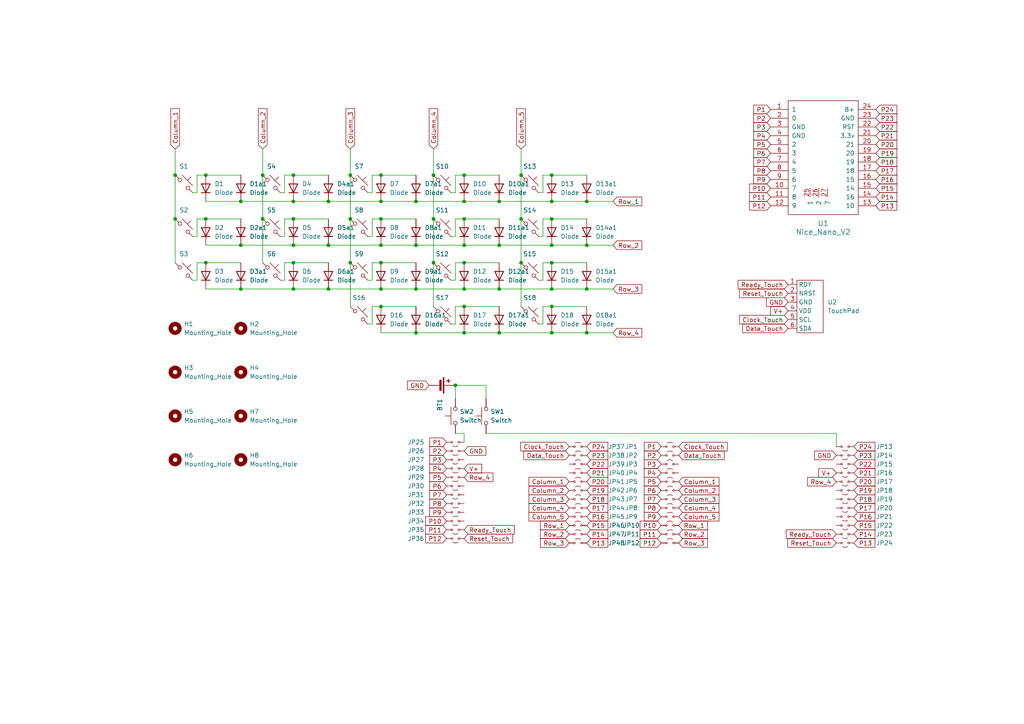
<source format=kicad_sch>
(kicad_sch (version 20250114) (generator "eeschema") (generator_version "9.0")
  (paper "A4")
  (junction (at 95.25 83.82))
  (junction (at 76.2 63.5))
  (junction (at 134.62 71.12))
  (junction (at 85.09 63.5))
  (junction (at 85.09 71.12))
  (junction (at 95.25 71.12))
  (junction (at 76.2 50.8))
  (junction (at 85.09 76.2))
  (junction (at 110.49 50.8))
  (junction (at 134.62 88.9))
  (junction (at 85.09 83.82))
  (junction (at 95.25 58.42))
  (junction (at 134.62 63.5))
  (junction (at 110.49 58.42))
  (junction (at 144.78 96.52))
  (junction (at 101.6 50.8))
  (junction (at 120.65 96.52))
  (junction (at 160.02 96.52))
  (junction (at 134.62 96.52))
  (junction (at 69.85 58.42))
  (junction (at 50.8 50.8))
  (junction (at 125.73 76.2))
  (junction (at 160.02 71.12))
  (junction (at 134.62 50.8))
  (junction (at 120.65 71.12))
  (junction (at 110.49 88.9))
  (junction (at 85.09 50.8))
  (junction (at 134.62 58.42))
  (junction (at 132.08 111.76))
  (junction (at 160.02 63.5))
  (junction (at 110.49 83.82))
  (junction (at 125.73 63.5))
  (junction (at 110.49 71.12))
  (junction (at 85.09 58.42))
  (junction (at 170.18 96.52))
  (junction (at 170.18 83.82))
  (junction (at 110.49 63.5))
  (junction (at 160.02 88.9))
  (junction (at 101.6 76.2))
  (junction (at 170.18 71.12))
  (junction (at 170.18 58.42))
  (junction (at 69.85 83.82))
  (junction (at 134.62 76.2))
  (junction (at 134.62 83.82))
  (junction (at 160.02 83.82))
  (junction (at 59.69 50.8))
  (junction (at 144.78 71.12))
  (junction (at 50.8 63.5))
  (junction (at 144.78 83.82))
  (junction (at 160.02 50.8))
  (junction (at 151.13 76.2))
  (junction (at 125.73 50.8))
  (junction (at 101.6 63.5))
  (junction (at 151.13 50.8))
  (junction (at 120.65 83.82))
  (junction (at 59.69 63.5))
  (junction (at 151.13 63.5))
  (junction (at 144.78 58.42))
  (junction (at 160.02 58.42))
  (junction (at 120.65 58.42))
  (junction (at 69.85 71.12))
  (junction (at 59.69 76.2))
  (junction (at 110.49 76.2))
  (junction (at 160.02 76.2))
  (wire (pts (xy 85.09 83.82) (xy 95.25 83.82)))
  (wire (pts (xy 170.18 96.52) (xy 177.8 96.52)))
  (wire (pts (xy 106.68 68.58) (xy 107.95 68.58)))
  (wire (pts (xy 160.02 76.2) (xy 170.18 76.2)))
  (wire (pts (xy 55.88 81.28) (xy 57.15 81.28)))
  (wire (pts (xy 144.78 83.82) (xy 160.02 83.82)))
  (wire (pts (xy 132.08 111.76) (xy 132.08 115.57)))
  (wire (pts (xy 160.02 50.8) (xy 170.18 50.8)))
  (wire (pts (xy 57.15 63.5) (xy 59.69 63.5)))
  (wire (pts (xy 125.73 50.8) (xy 125.73 63.5)))
  (wire (pts (xy 110.49 96.52) (xy 120.65 96.52)))
  (wire (pts (xy 132.08 63.5) (xy 134.62 63.5)))
  (wire (pts (xy 101.6 76.2) (xy 101.6 88.9)))
  (wire (pts (xy 107.95 93.98) (xy 107.95 88.9)))
  (wire (pts (xy 157.48 93.98) (xy 157.48 88.9)))
  (wire (pts (xy 95.25 71.12) (xy 110.49 71.12)))
  (wire (pts (xy 110.49 71.12) (xy 120.65 71.12)))
  (wire (pts (xy 107.95 81.28) (xy 107.95 76.2)))
  (wire (pts (xy 125.73 76.2) (xy 125.73 88.9)))
  (wire (pts (xy 144.78 96.52) (xy 160.02 96.52)))
  (wire (pts (xy 134.62 125.73) (xy 134.62 128.27)))
  (wire (pts (xy 59.69 63.5) (xy 69.85 63.5)))
  (wire (pts (xy 101.6 50.8) (xy 101.6 63.5)))
  (wire (pts (xy 132.08 68.58) (xy 132.08 63.5)))
  (wire (pts (xy 57.15 50.8) (xy 59.69 50.8)))
  (wire (pts (xy 110.49 76.2) (xy 120.65 76.2)))
  (wire (pts (xy 160.02 83.82) (xy 170.18 83.82)))
  (wire (pts (xy 82.55 81.28) (xy 82.55 76.2)))
  (wire (pts (xy 157.48 88.9) (xy 160.02 88.9)))
  (wire (pts (xy 132.08 50.8) (xy 134.62 50.8)))
  (wire (pts (xy 157.48 76.2) (xy 160.02 76.2)))
  (wire (pts (xy 85.09 71.12) (xy 95.25 71.12)))
  (wire (pts (xy 160.02 71.12) (xy 170.18 71.12)))
  (wire (pts (xy 160.02 96.52) (xy 170.18 96.52)))
  (wire (pts (xy 130.81 68.58) (xy 132.08 68.58)))
  (wire (pts (xy 120.65 83.82) (xy 134.62 83.82)))
  (wire (pts (xy 160.02 63.5) (xy 170.18 63.5)))
  (wire (pts (xy 85.09 50.8) (xy 95.25 50.8)))
  (wire (pts (xy 101.6 43.18) (xy 101.6 50.8)))
  (wire (pts (xy 55.88 68.58) (xy 57.15 68.58)))
  (wire (pts (xy 81.28 55.88) (xy 82.55 55.88)))
  (wire (pts (xy 69.85 71.12) (xy 85.09 71.12)))
  (wire (pts (xy 69.85 83.82) (xy 85.09 83.82)))
  (wire (pts (xy 134.62 50.8) (xy 144.78 50.8)))
  (wire (pts (xy 151.13 76.2) (xy 151.13 88.9)))
  (wire (pts (xy 132.08 125.73) (xy 134.62 125.73)))
  (wire (pts (xy 110.49 50.8) (xy 120.65 50.8)))
  (wire (pts (xy 107.95 68.58) (xy 107.95 63.5)))
  (wire (pts (xy 107.95 76.2) (xy 110.49 76.2)))
  (wire (pts (xy 151.13 50.8) (xy 151.13 63.5)))
  (wire (pts (xy 85.09 76.2) (xy 95.25 76.2)))
  (wire (pts (xy 76.2 63.5) (xy 76.2 76.2)))
  (wire (pts (xy 57.15 76.2) (xy 59.69 76.2)))
  (wire (pts (xy 57.15 81.28) (xy 57.15 76.2)))
  (wire (pts (xy 120.65 71.12) (xy 134.62 71.12)))
  (wire (pts (xy 106.68 55.88) (xy 107.95 55.88)))
  (wire (pts (xy 134.62 88.9) (xy 144.78 88.9)))
  (wire (pts (xy 156.21 55.88) (xy 157.48 55.88)))
  (wire (pts (xy 59.69 76.2) (xy 69.85 76.2)))
  (wire (pts (xy 170.18 71.12) (xy 177.8 71.12)))
  (wire (pts (xy 59.69 71.12) (xy 69.85 71.12)))
  (wire (pts (xy 50.8 43.18) (xy 50.8 50.8)))
  (wire (pts (xy 110.49 88.9) (xy 120.65 88.9)))
  (wire (pts (xy 130.81 81.28) (xy 132.08 81.28)))
  (wire (pts (xy 76.2 50.8) (xy 76.2 63.5)))
  (wire (pts (xy 132.08 55.88) (xy 132.08 50.8)))
  (wire (pts (xy 57.15 55.88) (xy 57.15 50.8)))
  (wire (pts (xy 106.68 93.98) (xy 107.95 93.98)))
  (wire (pts (xy 50.8 50.8) (xy 50.8 63.5)))
  (wire (pts (xy 101.6 63.5) (xy 101.6 76.2)))
  (wire (pts (xy 110.49 58.42) (xy 120.65 58.42)))
  (wire (pts (xy 95.25 58.42) (xy 110.49 58.42)))
  (wire (pts (xy 107.95 88.9) (xy 110.49 88.9)))
  (wire (pts (xy 120.65 96.52) (xy 134.62 96.52)))
  (wire (pts (xy 125.73 43.18) (xy 125.73 50.8)))
  (wire (pts (xy 59.69 50.8) (xy 69.85 50.8)))
  (wire (pts (xy 76.2 43.18) (xy 76.2 50.8)))
  (wire (pts (xy 69.85 58.42) (xy 85.09 58.42)))
  (wire (pts (xy 107.95 55.88) (xy 107.95 50.8)))
  (wire (pts (xy 134.62 63.5) (xy 144.78 63.5)))
  (wire (pts (xy 132.08 93.98) (xy 132.08 88.9)))
  (wire (pts (xy 59.69 83.82) (xy 69.85 83.82)))
  (wire (pts (xy 132.08 81.28) (xy 132.08 76.2)))
  (wire (pts (xy 85.09 58.42) (xy 95.25 58.42)))
  (wire (pts (xy 242.57 125.73) (xy 242.57 129.54)))
  (wire (pts (xy 82.55 50.8) (xy 85.09 50.8)))
  (wire (pts (xy 160.02 88.9) (xy 170.18 88.9)))
  (wire (pts (xy 132.08 111.76) (xy 140.97 111.76)))
  (wire (pts (xy 134.62 58.42) (xy 144.78 58.42)))
  (wire (pts (xy 81.28 81.28) (xy 82.55 81.28)))
  (wire (pts (xy 125.73 63.5) (xy 125.73 76.2)))
  (wire (pts (xy 82.55 76.2) (xy 85.09 76.2)))
  (wire (pts (xy 130.81 55.88) (xy 132.08 55.88)))
  (wire (pts (xy 55.88 55.88) (xy 57.15 55.88)))
  (wire (pts (xy 120.65 58.42) (xy 134.62 58.42)))
  (wire (pts (xy 82.55 68.58) (xy 82.55 63.5)))
  (wire (pts (xy 170.18 58.42) (xy 177.8 58.42)))
  (wire (pts (xy 110.49 63.5) (xy 120.65 63.5)))
  (wire (pts (xy 81.28 68.58) (xy 82.55 68.58)))
  (wire (pts (xy 59.69 58.42) (xy 69.85 58.42)))
  (wire (pts (xy 157.48 63.5) (xy 160.02 63.5)))
  (wire (pts (xy 134.62 83.82) (xy 144.78 83.82)))
  (wire (pts (xy 95.25 83.82) (xy 110.49 83.82)))
  (wire (pts (xy 107.95 63.5) (xy 110.49 63.5)))
  (wire (pts (xy 156.21 93.98) (xy 157.48 93.98)))
  (wire (pts (xy 151.13 63.5) (xy 151.13 76.2)))
  (wire (pts (xy 156.21 81.28) (xy 157.48 81.28)))
  (wire (pts (xy 107.95 50.8) (xy 110.49 50.8)))
  (wire (pts (xy 156.21 68.58) (xy 157.48 68.58)))
  (wire (pts (xy 151.13 43.18) (xy 151.13 50.8)))
  (wire (pts (xy 132.08 76.2) (xy 134.62 76.2)))
  (wire (pts (xy 144.78 71.12) (xy 160.02 71.12)))
  (wire (pts (xy 157.48 55.88) (xy 157.48 50.8)))
  (wire (pts (xy 134.62 71.12) (xy 144.78 71.12)))
  (wire (pts (xy 57.15 68.58) (xy 57.15 63.5)))
  (wire (pts (xy 157.48 68.58) (xy 157.48 63.5)))
  (wire (pts (xy 157.48 81.28) (xy 157.48 76.2)))
  (wire (pts (xy 132.08 88.9) (xy 134.62 88.9)))
  (wire (pts (xy 82.55 63.5) (xy 85.09 63.5)))
  (wire (pts (xy 144.78 58.42) (xy 160.02 58.42)))
  (wire (pts (xy 130.81 93.98) (xy 132.08 93.98)))
  (wire (pts (xy 82.55 55.88) (xy 82.55 50.8)))
  (wire (pts (xy 110.49 83.82) (xy 120.65 83.82)))
  (wire (pts (xy 170.18 83.82) (xy 177.8 83.82)))
  (wire (pts (xy 50.8 63.5) (xy 50.8 76.2)))
  (wire (pts (xy 106.68 81.28) (xy 107.95 81.28)))
  (wire (pts (xy 140.97 125.73) (xy 242.57 125.73)))
  (wire (pts (xy 157.48 50.8) (xy 160.02 50.8)))
  (wire (pts (xy 134.62 76.2) (xy 144.78 76.2)))
  (wire (pts (xy 85.09 63.5) (xy 95.25 63.5)))
  (wire (pts (xy 134.62 96.52) (xy 144.78 96.52)))
  (wire (pts (xy 160.02 58.42) (xy 170.18 58.42)))
  (wire (pts (xy 140.97 115.57) (xy 140.97 111.76)))
  (global_label "Column_2" (shape input) (at 76.2 43.18 90) (property "Intersheetrefs" "${INTERSHEET_REFS}" (effects (hide yes))))
  (global_label "Reset_Touch" (shape input) (at 228.6 85.09 180) (property "Intersheetrefs" "${INTERSHEET_REFS}" (effects (hide yes))))
  (global_label "Data_Touch" (shape input) (at 196.85 132.08 0) (property "Intersheetrefs" "${INTERSHEET_REFS}" (effects (hide yes))))
  (global_label "P12" (shape input) (at 191.77 157.48 180) (property "Intersheetrefs" "${INTERSHEET_REFS}" (effects (hide yes))))
  (global_label "P13" (shape input) (at 170.18 157.48 0) (property "Intersheetrefs" "${INTERSHEET_REFS}" (effects (hide yes))))
  (global_label "Row_3" (shape input) (at 196.85 157.48 0) (property "Intersheetrefs" "${INTERSHEET_REFS}" (effects (hide yes))))
  (global_label "Column_4" (shape input) (at 196.85 147.32 0) (property "Intersheetrefs" "${INTERSHEET_REFS}" (effects (hide yes))))
  (global_label "P24" (shape input) (at 254 31.75 0) (property "Intersheetrefs" "${INTERSHEET_REFS}" (effects (hide yes))))
  (global_label "P8" (shape input) (at 223.52 49.53 180) (property "Intersheetrefs" "${INTERSHEET_REFS}" (effects (hide yes))))
  (global_label "P6" (shape input) (at 191.77 142.24 180) (property "Intersheetrefs" "${INTERSHEET_REFS}" (effects (hide yes))))
  (global_label "Clock_Touch" (shape input) (at 196.85 129.54 0) (property "Intersheetrefs" "${INTERSHEET_REFS}" (effects (hide yes))))
  (global_label "P16" (shape input) (at 254 52.07 0) (property "Intersheetrefs" "${INTERSHEET_REFS}" (effects (hide yes))))
  (global_label "Clock_Touch" (shape input) (at 165.1 129.54 180) (property "Intersheetrefs" "${INTERSHEET_REFS}" (effects (hide yes))))
  (global_label "Ready_Touch" (shape input) (at 242.57 154.94 180) (property "Intersheetrefs" "${INTERSHEET_REFS}" (effects (hide yes))))
  (global_label "P20" (shape input) (at 254 41.91 0) (property "Intersheetrefs" "${INTERSHEET_REFS}" (effects (hide yes))))
  (global_label "Reset_Touch" (shape input) (at 242.57 157.48 180) (property "Intersheetrefs" "${INTERSHEET_REFS}" (effects (hide yes))))
  (global_label "Row_1" (shape input) (at 165.1 152.4 180) (property "Intersheetrefs" "${INTERSHEET_REFS}" (effects (hide yes))))
  (global_label "P23" (shape input) (at 170.18 132.08 0) (property "Intersheetrefs" "${INTERSHEET_REFS}" (effects (hide yes))))
  (global_label "Clock_Touch" (shape input) (at 228.6 92.71 180) (property "Intersheetrefs" "${INTERSHEET_REFS}" (effects (hide yes))))
  (global_label "P3" (shape input) (at 129.54 133.35 180) (property "Intersheetrefs" "${INTERSHEET_REFS}" (effects (hide yes))))
  (global_label "P11" (shape input) (at 191.77 154.94 180) (property "Intersheetrefs" "${INTERSHEET_REFS}" (effects (hide yes))))
  (global_label "P14" (shape input) (at 170.18 154.94 0) (property "Intersheetrefs" "${INTERSHEET_REFS}" (effects (hide yes))))
  (global_label "Column_1" (shape input) (at 196.85 139.7 0) (property "Intersheetrefs" "${INTERSHEET_REFS}" (effects (hide yes))))
  (global_label "Row_3" (shape input) (at 177.8 83.82 0) (property "Intersheetrefs" "${INTERSHEET_REFS}" (effects (hide yes))))
  (global_label "P10" (shape input) (at 191.77 152.4 180) (property "Intersheetrefs" "${INTERSHEET_REFS}" (effects (hide yes))))
  (global_label "P12" (shape input) (at 129.54 156.21 180) (property "Intersheetrefs" "${INTERSHEET_REFS}" (effects (hide yes))))
  (global_label "P13" (shape input) (at 254 59.69 0) (property "Intersheetrefs" "${INTERSHEET_REFS}" (effects (hide yes))))
  (global_label "Row_2" (shape input) (at 196.85 154.94 0) (property "Intersheetrefs" "${INTERSHEET_REFS}" (effects (hide yes))))
  (global_label "Column_3" (shape input) (at 101.6 43.18 90) (property "Intersheetrefs" "${INTERSHEET_REFS}" (effects (hide yes))))
  (global_label "P22" (shape input) (at 170.18 134.62 0) (property "Intersheetrefs" "${INTERSHEET_REFS}" (effects (hide yes))))
  (global_label "P1" (shape input) (at 223.52 31.75 180) (property "Intersheetrefs" "${INTERSHEET_REFS}" (effects (hide yes))))
  (global_label "GND" (shape input) (at 228.6 87.63 180) (property "Intersheetrefs" "${INTERSHEET_REFS}" (effects (hide yes))))
  (global_label "P4" (shape input) (at 191.77 137.16 180) (property "Intersheetrefs" "${INTERSHEET_REFS}" (effects (hide yes))))
  (global_label "Ready_Touch" (shape input) (at 228.6 82.55 180) (property "Intersheetrefs" "${INTERSHEET_REFS}" (effects (hide yes))))
  (global_label "P1" (shape input) (at 129.54 128.27 180) (property "Intersheetrefs" "${INTERSHEET_REFS}" (effects (hide yes))))
  (global_label "P2" (shape input) (at 129.54 130.81 180) (property "Intersheetrefs" "${INTERSHEET_REFS}" (effects (hide yes))))
  (global_label "P15" (shape input) (at 247.65 152.4 0) (property "Intersheetrefs" "${INTERSHEET_REFS}" (effects (hide yes))))
  (global_label "P18" (shape input) (at 170.18 144.78 0) (property "Intersheetrefs" "${INTERSHEET_REFS}" (effects (hide yes))))
  (global_label "P11" (shape input) (at 129.54 153.67 180) (property "Intersheetrefs" "${INTERSHEET_REFS}" (effects (hide yes))))
  (global_label "P7" (shape input) (at 129.54 143.51 180) (property "Intersheetrefs" "${INTERSHEET_REFS}" (effects (hide yes))))
  (global_label "P4" (shape input) (at 129.54 135.89 180) (property "Intersheetrefs" "${INTERSHEET_REFS}" (effects (hide yes))))
  (global_label "P11" (shape input) (at 223.52 57.15 180) (property "Intersheetrefs" "${INTERSHEET_REFS}" (effects (hide yes))))
  (global_label "P5" (shape input) (at 223.52 41.91 180) (property "Intersheetrefs" "${INTERSHEET_REFS}" (effects (hide yes))))
  (global_label "P23" (shape input) (at 247.65 132.08 0) (property "Intersheetrefs" "${INTERSHEET_REFS}" (effects (hide yes))))
  (global_label "Column_5" (shape input) (at 165.1 149.86 180) (property "Intersheetrefs" "${INTERSHEET_REFS}" (effects (hide yes))))
  (global_label "Column_3" (shape input) (at 196.85 144.78 0) (property "Intersheetrefs" "${INTERSHEET_REFS}" (effects (hide yes))))
  (global_label "Row_2" (shape input) (at 165.1 154.94 180) (property "Intersheetrefs" "${INTERSHEET_REFS}" (effects (hide yes))))
  (global_label "P5" (shape input) (at 129.54 138.43 180) (property "Intersheetrefs" "${INTERSHEET_REFS}" (effects (hide yes))))
  (global_label "P3" (shape input) (at 223.52 36.83 180) (property "Intersheetrefs" "${INTERSHEET_REFS}" (effects (hide yes))))
  (global_label "Row_1" (shape input) (at 177.8 58.42 0) (property "Intersheetrefs" "${INTERSHEET_REFS}" (effects (hide yes))))
  (global_label "Column_2" (shape input) (at 196.85 142.24 0) (property "Intersheetrefs" "${INTERSHEET_REFS}" (effects (hide yes))))
  (global_label "P10" (shape input) (at 223.52 54.61 180) (property "Intersheetrefs" "${INTERSHEET_REFS}" (effects (hide yes))))
  (global_label "P24" (shape input) (at 247.65 129.54 0) (property "Intersheetrefs" "${INTERSHEET_REFS}" (effects (hide yes))))
  (global_label "P22" (shape input) (at 254 36.83 0) (property "Intersheetrefs" "${INTERSHEET_REFS}" (effects (hide yes))))
  (global_label "P12" (shape input) (at 223.52 59.69 180) (property "Intersheetrefs" "${INTERSHEET_REFS}" (effects (hide yes))))
  (global_label "P3" (shape input) (at 191.77 134.62 180) (property "Intersheetrefs" "${INTERSHEET_REFS}" (effects (hide yes))))
  (global_label "P9" (shape input) (at 191.77 149.86 180) (property "Intersheetrefs" "${INTERSHEET_REFS}" (effects (hide yes))))
  (global_label "P9" (shape input) (at 129.54 148.59 180) (property "Intersheetrefs" "${INTERSHEET_REFS}" (effects (hide yes))))
  (global_label "GND" (shape input) (at 124.46 111.76 180) (property "Intersheetrefs" "${INTERSHEET_REFS}" (effects (hide yes))))
  (global_label "Column_4" (shape input) (at 165.1 147.32 180) (property "Intersheetrefs" "${INTERSHEET_REFS}" (effects (hide yes))))
  (global_label "V+" (shape input) (at 134.62 135.89 0) (property "Intersheetrefs" "${INTERSHEET_REFS}" (effects (hide yes))))
  (global_label "V+" (shape input) (at 242.57 137.16 180) (property "Intersheetrefs" "${INTERSHEET_REFS}" (effects (hide yes))))
  (global_label "Data_Touch" (shape input) (at 165.1 132.08 180) (property "Intersheetrefs" "${INTERSHEET_REFS}" (effects (hide yes))))
  (global_label "P6" (shape input) (at 129.54 140.97 180) (property "Intersheetrefs" "${INTERSHEET_REFS}" (effects (hide yes))))
  (global_label "GND" (shape input) (at 134.62 130.81 0) (property "Intersheetrefs" "${INTERSHEET_REFS}" (effects (hide yes))))
  (global_label "P19" (shape input) (at 254 44.45 0) (property "Intersheetrefs" "${INTERSHEET_REFS}" (effects (hide yes))))
  (global_label "P21" (shape input) (at 247.65 137.16 0) (property "Intersheetrefs" "${INTERSHEET_REFS}" (effects (hide yes))))
  (global_label "Column_1" (shape input) (at 165.1 139.7 180) (property "Intersheetrefs" "${INTERSHEET_REFS}" (effects (hide yes))))
  (global_label "P14" (shape input) (at 247.65 154.94 0) (property "Intersheetrefs" "${INTERSHEET_REFS}" (effects (hide yes))))
  (global_label "Ready_Touch" (shape input) (at 134.62 153.67 0) (property "Intersheetrefs" "${INTERSHEET_REFS}" (effects (hide yes))))
  (global_label "Column_2" (shape input) (at 165.1 142.24 180) (property "Intersheetrefs" "${INTERSHEET_REFS}" (effects (hide yes))))
  (global_label "P17" (shape input) (at 254 49.53 0) (property "Intersheetrefs" "${INTERSHEET_REFS}" (effects (hide yes))))
  (global_label "P19" (shape input) (at 170.18 142.24 0) (property "Intersheetrefs" "${INTERSHEET_REFS}" (effects (hide yes))))
  (global_label "P18" (shape input) (at 247.65 144.78 0) (property "Intersheetrefs" "${INTERSHEET_REFS}" (effects (hide yes))))
  (global_label "P9" (shape input) (at 223.52 52.07 180) (property "Intersheetrefs" "${INTERSHEET_REFS}" (effects (hide yes))))
  (global_label "Row_3" (shape input) (at 165.1 157.48 180) (property "Intersheetrefs" "${INTERSHEET_REFS}" (effects (hide yes))))
  (global_label "P8" (shape input) (at 129.54 146.05 180) (property "Intersheetrefs" "${INTERSHEET_REFS}" (effects (hide yes))))
  (global_label "Column_4" (shape input) (at 125.73 43.18 90) (property "Intersheetrefs" "${INTERSHEET_REFS}" (effects (hide yes))))
  (global_label "P15" (shape input) (at 254 54.61 0) (property "Intersheetrefs" "${INTERSHEET_REFS}" (effects (hide yes))))
  (global_label "Column_5" (shape input) (at 151.13 43.18 90) (property "Intersheetrefs" "${INTERSHEET_REFS}" (effects (hide yes))))
  (global_label "P4" (shape input) (at 223.52 39.37 180) (property "Intersheetrefs" "${INTERSHEET_REFS}" (effects (hide yes))))
  (global_label "V+" (shape input) (at 228.6 90.17 180) (property "Intersheetrefs" "${INTERSHEET_REFS}" (effects (hide yes))))
  (global_label "P7" (shape input) (at 223.52 46.99 180) (property "Intersheetrefs" "${INTERSHEET_REFS}" (effects (hide yes))))
  (global_label "P10" (shape input) (at 129.54 151.13 180) (property "Intersheetrefs" "${INTERSHEET_REFS}" (effects (hide yes))))
  (global_label "P2" (shape input) (at 191.77 132.08 180) (property "Intersheetrefs" "${INTERSHEET_REFS}" (effects (hide yes))))
  (global_label "P20" (shape input) (at 247.65 139.7 0) (property "Intersheetrefs" "${INTERSHEET_REFS}" (effects (hide yes))))
  (global_label "P5" (shape input) (at 191.77 139.7 180) (property "Intersheetrefs" "${INTERSHEET_REFS}" (effects (hide yes))))
  (global_label "P2" (shape input) (at 223.52 34.29 180) (property "Intersheetrefs" "${INTERSHEET_REFS}" (effects (hide yes))))
  (global_label "P13" (shape input) (at 247.65 157.48 0) (property "Intersheetrefs" "${INTERSHEET_REFS}" (effects (hide yes))))
  (global_label "P21" (shape input) (at 254 39.37 0) (property "Intersheetrefs" "${INTERSHEET_REFS}" (effects (hide yes))))
  (global_label "Column_3" (shape input) (at 165.1 144.78 180) (property "Intersheetrefs" "${INTERSHEET_REFS}" (effects (hide yes))))
  (global_label "Row_2" (shape input) (at 177.8 71.12 0) (property "Intersheetrefs" "${INTERSHEET_REFS}" (effects (hide yes))))
  (global_label "P23" (shape input) (at 254 34.29 0) (property "Intersheetrefs" "${INTERSHEET_REFS}" (effects (hide yes))))
  (global_label "P20" (shape input) (at 170.18 139.7 0) (property "Intersheetrefs" "${INTERSHEET_REFS}" (effects (hide yes))))
  (global_label "P21" (shape input) (at 170.18 137.16 0) (property "Intersheetrefs" "${INTERSHEET_REFS}" (effects (hide yes))))
  (global_label "P17" (shape input) (at 170.18 147.32 0) (property "Intersheetrefs" "${INTERSHEET_REFS}" (effects (hide yes))))
  (global_label "P17" (shape input) (at 247.65 147.32 0) (property "Intersheetrefs" "${INTERSHEET_REFS}" (effects (hide yes))))
  (global_label "P19" (shape input) (at 247.65 142.24 0) (property "Intersheetrefs" "${INTERSHEET_REFS}" (effects (hide yes))))
  (global_label "Row_1" (shape input) (at 196.85 152.4 0) (property "Intersheetrefs" "${INTERSHEET_REFS}" (effects (hide yes))))
  (global_label "Row_4" (shape input) (at 134.62 138.43 0) (property "Intersheetrefs" "${INTERSHEET_REFS}" (effects (hide yes))))
  (global_label "P14" (shape input) (at 254 57.15 0) (property "Intersheetrefs" "${INTERSHEET_REFS}" (effects (hide yes))))
  (global_label "Reset_Touch" (shape input) (at 134.62 156.21 0) (property "Intersheetrefs" "${INTERSHEET_REFS}" (effects (hide yes))))
  (global_label "P1" (shape input) (at 191.77 129.54 180) (property "Intersheetrefs" "${INTERSHEET_REFS}" (effects (hide yes))))
  (global_label "P15" (shape input) (at 170.18 152.4 0) (property "Intersheetrefs" "${INTERSHEET_REFS}" (effects (hide yes))))
  (global_label "P6" (shape input) (at 223.52 44.45 180) (property "Intersheetrefs" "${INTERSHEET_REFS}" (effects (hide yes))))
  (global_label "P16" (shape input) (at 170.18 149.86 0) (property "Intersheetrefs" "${INTERSHEET_REFS}" (effects (hide yes))))
  (global_label "P22" (shape input) (at 247.65 134.62 0) (property "Intersheetrefs" "${INTERSHEET_REFS}" (effects (hide yes))))
  (global_label "Column_1" (shape input) (at 50.8 43.18 90) (property "Intersheetrefs" "${INTERSHEET_REFS}" (effects (hide yes))))
  (global_label "P16" (shape input) (at 247.65 149.86 0) (property "Intersheetrefs" "${INTERSHEET_REFS}" (effects (hide yes))))
  (global_label "Row_4" (shape input) (at 177.8 96.52 0) (property "Intersheetrefs" "${INTERSHEET_REFS}" (effects (hide yes))))
  (global_label "GND" (shape input) (at 242.57 132.08 180) (property "Intersheetrefs" "${INTERSHEET_REFS}" (effects (hide yes))))
  (global_label "Row_4" (shape input) (at 242.57 139.7 180) (property "Intersheetrefs" "${INTERSHEET_REFS}" (effects (hide yes))))
  (global_label "Data_Touch" (shape input) (at 228.6 95.25 180) (property "Intersheetrefs" "${INTERSHEET_REFS}" (effects (hide yes))))
  (global_label "Column_5" (shape input) (at 196.85 149.86 0) (property "Intersheetrefs" "${INTERSHEET_REFS}" (effects (hide yes))))
  (global_label "P18" (shape input) (at 254 46.99 0) (property "Intersheetrefs" "${INTERSHEET_REFS}" (effects (hide yes))))
  (global_label "P8" (shape input) (at 191.77 147.32 180) (property "Intersheetrefs" "${INTERSHEET_REFS}" (effects (hide yes))))
  (global_label "P7" (shape input) (at 191.77 144.78 180) (property "Intersheetrefs" "${INTERSHEET_REFS}" (effects (hide yes))))
  (global_label "P24" (shape input) (at 170.18 129.54 0) (property "Intersheetrefs" "${INTERSHEET_REFS}" (effects (hide yes))))
  (symbol (lib_id "ScottoKeebs:Placeholder_Diode") (at 59.69 54.61 90) (unit 1)
    (property "Reference" "D1" (at 62.23 53.3399 90) (effects (justify right)))
    (property "Value" "Diode" (at 62.23 55.8799 90) (effects (justify right)))
    (property "Footprint" "ScottoKeebs_Components:Diode_SOD-123" (effects (hide yes)))
    (property "Description" "1N4148 (DO-35) or 1N4148W (SOD-123)" (effects (hide yes)))
    (property "Sim.Device" "D" (effects (hide yes)))
    (property "Sim.Pins" "1=K 2=A" (effects (hide yes)))
  )
  (symbol (lib_id "ScottoKeebs:Placeholder_Mounting_Hole") (at 50.8 107.95 0) (unit 1)
    (property "Reference" "H3" (at 53.34 106.6799 0) (effects (justify left)))
    (property "Value" "Mounting_Hole" (at 53.34 109.2199 0) (effects (justify left)))
    (property "Footprint" "MountingHole:MountingHole_2.2mm_M2" (effects (hide yes)))
    (property "Description" "Mounting Hole without connection" (effects (hide yes)))
  )
  (symbol (lib_id "ScottoKeebs:Placeholder_Keyswitch") (at 128.27 53.34 0) (unit 1)
    (property "Reference" "S10" (at 128.27 48.26 0))
    (property "Value" "Keyswitch" (effects (hide yes)))
    (property "Footprint" "Library:Choc_Hotswap" (effects (hide yes)))
    (property "Description" "Push button switch, normally open, two pins, 45° tilted" (effects (hide yes)))
  )
  (symbol (lib_id "Jumper:Jumper_2_Small_Open") (at 132.08 140.97 0) (mirror x) (unit 1)
    (property "Reference" "JP30" (at 120.65 140.97 0))
    (property "Value" "Jumper_2_Small_Open" (effects (hide yes)))
    (property "Footprint" "Jumper:SolderJumper-2_P1.3mm_Open_TrianglePad1.0x1.5mm" (effects (hide yes)))
    (property "Description" "Jumper, 2-pole, small symbol, open" (effects (hide yes)))
  )
  (symbol (lib_id "Jumper:Jumper_2_Small_Open") (at 245.11 132.08 180) (unit 1)
    (property "Reference" "JP14" (at 256.54 132.08 0))
    (property "Value" "Jumper_2_Small_Open" (effects (hide yes)))
    (property "Footprint" "Jumper:SolderJumper-2_P1.3mm_Open_TrianglePad1.0x1.5mm" (effects (hide yes)))
    (property "Description" "Jumper, 2-pole, small symbol, open" (effects (hide yes)))
  )
  (symbol (lib_id "Jumper:Jumper_2_Small_Open") (at 194.31 134.62 0) (unit 1)
    (property "Reference" "JP3" (at 183.134 134.62 0))
    (property "Value" "Jumper_2_Small_Open" (effects (hide yes)))
    (property "Footprint" "Jumper:SolderJumper-2_P1.3mm_Open_TrianglePad1.0x1.5mm" (effects (hide yes)))
    (property "Description" "Jumper, 2-pole, small symbol, open" (effects (hide yes)))
  )
  (symbol (lib_id "ScottoKeebs:Placeholder_Keyswitch") (at 153.67 53.34 0) (unit 1)
    (property "Reference" "S13" (at 153.67 48.26 0))
    (property "Value" "Keyswitch" (effects (hide yes)))
    (property "Footprint" "Library:Choc_Hotswap" (effects (hide yes)))
    (property "Description" "Push button switch, normally open, two pins, 45° tilted" (effects (hide yes)))
  )
  (symbol (lib_id "Jumper:Jumper_2_Small_Open") (at 167.64 152.4 0) (mirror y) (unit 1)
    (property "Reference" "JP46" (at 178.816 152.4 0))
    (property "Value" "Jumper_2_Small_Open" (effects (hide yes)))
    (property "Footprint" "Jumper:SolderJumper-2_P1.3mm_Open_TrianglePad1.0x1.5mm" (effects (hide yes)))
    (property "Description" "Jumper, 2-pole, small symbol, open" (effects (hide yes)))
  )
  (symbol (lib_id "ScottoKeebs:Placeholder_Diode") (at 160.02 67.31 90) (unit 1)
    (property "Reference" "D14" (at 162.56 66.0399 90) (effects (justify right)))
    (property "Value" "Diode" (at 162.56 68.5799 90) (effects (justify right)))
    (property "Footprint" "ScottoKeebs_Components:Diode_SOD-123" (effects (hide yes)))
    (property "Description" "1N4148 (DO-35) or 1N4148W (SOD-123)" (effects (hide yes)))
    (property "Sim.Device" "D" (effects (hide yes)))
    (property "Sim.Pins" "1=K 2=A" (effects (hide yes)))
  )
  (symbol (lib_id "ScottoKeebs:Placeholder_Diode") (at 144.78 92.71 90) (unit 1)
    (property "Reference" "D17a1" (at 147.32 91.4399 90) (effects (justify right)))
    (property "Value" "Diode" (at 147.32 93.9799 90) (effects (justify right)))
    (property "Footprint" "ScottoKeebs_Components:Diode_DO-35" (effects (hide yes)))
    (property "Description" "1N4148 (DO-35) or 1N4148W (SOD-123)" (effects (hide yes)))
    (property "Sim.Device" "D" (effects (hide yes)))
    (property "Sim.Pins" "1=K 2=A" (effects (hide yes)))
  )
  (symbol (lib_id "ScottoKeebs:Placeholder_Diode") (at 85.09 80.01 90) (unit 1)
    (property "Reference" "D6" (at 87.63 78.7399 90) (effects (justify right)))
    (property "Value" "Diode" (at 87.63 81.2799 90) (effects (justify right)))
    (property "Footprint" "ScottoKeebs_Components:Diode_SOD-123" (effects (hide yes)))
    (property "Description" "1N4148 (DO-35) or 1N4148W (SOD-123)" (effects (hide yes)))
    (property "Sim.Device" "D" (effects (hide yes)))
    (property "Sim.Pins" "1=K 2=A" (effects (hide yes)))
  )
  (symbol (lib_id "Jumper:Jumper_2_Small_Open") (at 132.08 148.59 0) (mirror x) (unit 1)
    (property "Reference" "JP33" (at 120.65 148.59 0))
    (property "Value" "Jumper_2_Small_Open" (effects (hide yes)))
    (property "Footprint" "Jumper:SolderJumper-2_P1.3mm_Open_TrianglePad1.0x1.5mm" (effects (hide yes)))
    (property "Description" "Jumper, 2-pole, small symbol, open" (effects (hide yes)))
  )
  (symbol (lib_id "Jumper:Jumper_2_Small_Open") (at 245.11 137.16 180) (unit 1)
    (property "Reference" "JP16" (at 256.54 137.16 0))
    (property "Value" "Jumper_2_Small_Open" (effects (hide yes)))
    (property "Footprint" "Jumper:SolderJumper-2_P1.3mm_Open_TrianglePad1.0x1.5mm" (effects (hide yes)))
    (property "Description" "Jumper, 2-pole, small symbol, open" (effects (hide yes)))
  )
  (symbol (lib_id "Jumper:Jumper_2_Small_Open") (at 132.08 146.05 0) (mirror x) (unit 1)
    (property "Reference" "JP32" (at 120.65 146.05 0))
    (property "Value" "Jumper_2_Small_Open" (effects (hide yes)))
    (property "Footprint" "Jumper:SolderJumper-2_P1.3mm_Open_TrianglePad1.0x1.5mm" (effects (hide yes)))
    (property "Description" "Jumper, 2-pole, small symbol, open" (effects (hide yes)))
  )
  (symbol (lib_id "ScottoKeebs:Placeholder_Mounting_Hole") (at 69.85 95.25 0) (unit 1)
    (property "Reference" "H2" (at 72.39 93.9799 0) (effects (justify left)))
    (property "Value" "Mounting_Hole" (at 72.39 96.5199 0) (effects (justify left)))
    (property "Footprint" "MountingHole:MountingHole_2.2mm_M2" (effects (hide yes)))
    (property "Description" "Mounting Hole without connection" (effects (hide yes)))
  )
  (symbol (lib_id "Jumper:Jumper_2_Small_Open") (at 167.64 157.48 0) (mirror y) (unit 1)
    (property "Reference" "JP48" (at 178.816 157.48 0))
    (property "Value" "Jumper_2_Small_Open" (effects (hide yes)))
    (property "Footprint" "Jumper:SolderJumper-2_P1.3mm_Open_TrianglePad1.0x1.5mm" (effects (hide yes)))
    (property "Description" "Jumper, 2-pole, small symbol, open" (effects (hide yes)))
  )
  (symbol (lib_id "ScottoKeebs:Placeholder_Mounting_Hole") (at 69.85 133.35 0) (unit 1)
    (property "Reference" "H8" (at 72.39 132.0799 0) (effects (justify left)))
    (property "Value" "Mounting_Hole" (at 72.39 134.6199 0) (effects (justify left)))
    (property "Footprint" "MountingHole:MountingHole_2.2mm_M2" (effects (hide yes)))
    (property "Description" "Mounting Hole without connection" (effects (hide yes)))
  )
  (symbol (lib_id "ScottoKeebs:Placeholder_Keyswitch") (at 128.27 91.44 0) (unit 1)
    (property "Reference" "S17" (at 128.27 86.36 0))
    (property "Value" "Keyswitch" (effects (hide yes)))
    (property "Footprint" "Library:Choc_Hotswap" (effects (hide yes)))
    (property "Description" "Push button switch, normally open, two pins, 45° tilted" (effects (hide yes)))
  )
  (symbol (lib_id "ScottoKeebs:Placeholder_Diode") (at 160.02 92.71 90) (unit 1)
    (property "Reference" "D18" (at 162.56 91.4399 90) (effects (justify right)))
    (property "Value" "Diode" (at 162.56 93.9799 90) (effects (justify right)))
    (property "Footprint" "ScottoKeebs_Components:Diode_SOD-123" (effects (hide yes)))
    (property "Description" "1N4148 (DO-35) or 1N4148W (SOD-123)" (effects (hide yes)))
    (property "Sim.Device" "D" (effects (hide yes)))
    (property "Sim.Pins" "1=K 2=A" (effects (hide yes)))
  )
  (symbol (lib_id "Jumper:Jumper_2_Small_Open") (at 167.64 134.62 0) (mirror y) (unit 1)
    (property "Reference" "JP39" (at 178.816 134.62 0))
    (property "Value" "Jumper_2_Small_Open" (effects (hide yes)))
    (property "Footprint" "Jumper:SolderJumper-2_P1.3mm_Open_TrianglePad1.0x1.5mm" (effects (hide yes)))
    (property "Description" "Jumper, 2-pole, small symbol, open" (effects (hide yes)))
  )
  (symbol (lib_id "ScottoKeebs:Placeholder_Diode") (at 134.62 80.01 90) (unit 1)
    (property "Reference" "D12" (at 137.16 78.7399 90) (effects (justify right)))
    (property "Value" "Diode" (at 137.16 81.2799 90) (effects (justify right)))
    (property "Footprint" "ScottoKeebs_Components:Diode_SOD-123" (effects (hide yes)))
    (property "Description" "1N4148 (DO-35) or 1N4148W (SOD-123)" (effects (hide yes)))
    (property "Sim.Device" "D" (effects (hide yes)))
    (property "Sim.Pins" "1=K 2=A" (effects (hide yes)))
  )
  (symbol (lib_id "ScottoKeebs:Placeholder_Diode") (at 110.49 92.71 90) (unit 1)
    (property "Reference" "D16" (at 113.03 91.4399 90) (effects (justify right)))
    (property "Value" "Diode" (at 113.03 93.9799 90) (effects (justify right)))
    (property "Footprint" "ScottoKeebs_Components:Diode_SOD-123" (effects (hide yes)))
    (property "Description" "1N4148 (DO-35) or 1N4148W (SOD-123)" (effects (hide yes)))
    (property "Sim.Device" "D" (effects (hide yes)))
    (property "Sim.Pins" "1=K 2=A" (effects (hide yes)))
  )
  (symbol (lib_id "ScottoKeebs:Placeholder_Diode") (at 69.85 80.01 90) (unit 1)
    (property "Reference" "D3a1" (at 72.39 78.7399 90) (effects (justify right)))
    (property "Value" "Diode" (at 72.39 81.2799 90) (effects (justify right)))
    (property "Footprint" "ScottoKeebs_Components:Diode_DO-35" (effects (hide yes)))
    (property "Description" "1N4148 (DO-35) or 1N4148W (SOD-123)" (effects (hide yes)))
    (property "Sim.Device" "D" (effects (hide yes)))
    (property "Sim.Pins" "1=K 2=A" (effects (hide yes)))
  )
  (symbol (lib_id "ScottoKeebs:Placeholder_Mounting_Hole") (at 50.8 95.25 0) (unit 1)
    (property "Reference" "H1" (at 53.34 93.9799 0) (effects (justify left)))
    (property "Value" "Mounting_Hole" (at 53.34 96.5199 0) (effects (justify left)))
    (property "Footprint" "MountingHole:MountingHole_2.2mm_M2" (effects (hide yes)))
    (property "Description" "Mounting Hole without connection" (effects (hide yes)))
  )
  (symbol (lib_id "ScottoKeebs:Placeholder_Keyswitch") (at 128.27 78.74 0) (unit 1)
    (property "Reference" "S12" (at 128.27 73.66 0))
    (property "Value" "Keyswitch" (effects (hide yes)))
    (property "Footprint" "Library:Choc_Hotswap" (effects (hide yes)))
    (property "Description" "Push button switch, normally open, two pins, 45° tilted" (effects (hide yes)))
  )
  (symbol (lib_id "Jumper:Jumper_2_Small_Open") (at 194.31 129.54 0) (unit 1)
    (property "Reference" "JP1" (at 183.134 129.54 0))
    (property "Value" "Jumper_2_Small_Open" (effects (hide yes)))
    (property "Footprint" "Jumper:SolderJumper-2_P1.3mm_Open_TrianglePad1.0x1.5mm" (effects (hide yes)))
    (property "Description" "Jumper, 2-pole, small symbol, open" (effects (hide yes)))
  )
  (symbol (lib_id "Jumper:Jumper_2_Small_Open") (at 132.08 135.89 0) (mirror x) (unit 1)
    (property "Reference" "JP28" (at 120.65 135.89 0))
    (property "Value" "Jumper_2_Small_Open" (effects (hide yes)))
    (property "Footprint" "Jumper:SolderJumper-2_P1.3mm_Open_TrianglePad1.0x1.5mm" (effects (hide yes)))
    (property "Description" "Jumper, 2-pole, small symbol, open" (effects (hide yes)))
  )
  (symbol (lib_id "ScottoKeebs:Placeholder_Keyswitch") (at 104.14 78.74 0) (unit 1)
    (property "Reference" "S9" (at 104.14 73.66 0))
    (property "Value" "Keyswitch" (effects (hide yes)))
    (property "Footprint" "Library:Choc_Hotswap" (effects (hide yes)))
    (property "Description" "Push button switch, normally open, two pins, 45° tilted" (effects (hide yes)))
  )
  (symbol (lib_id "ScottoKeebs:Placeholder_Diode") (at 85.09 54.61 90) (unit 1)
    (property "Reference" "D4" (at 87.63 53.3399 90) (effects (justify right)))
    (property "Value" "Diode" (at 87.63 55.8799 90) (effects (justify right)))
    (property "Footprint" "ScottoKeebs_Components:Diode_SOD-123" (effects (hide yes)))
    (property "Description" "1N4148 (DO-35) or 1N4148W (SOD-123)" (effects (hide yes)))
    (property "Sim.Device" "D" (effects (hide yes)))
    (property "Sim.Pins" "1=K 2=A" (effects (hide yes)))
  )
  (symbol (lib_id "ScottoKeebs:Placeholder_Diode") (at 144.78 54.61 90) (unit 1)
    (property "Reference" "D10a1" (at 147.32 53.3399 90) (effects (justify right)))
    (property "Value" "Diode" (at 147.32 55.8799 90) (effects (justify right)))
    (property "Footprint" "ScottoKeebs_Components:Diode_DO-35" (effects (hide yes)))
    (property "Description" "1N4148 (DO-35) or 1N4148W (SOD-123)" (effects (hide yes)))
    (property "Sim.Device" "D" (effects (hide yes)))
    (property "Sim.Pins" "1=K 2=A" (effects (hide yes)))
  )
  (symbol (lib_id "ScottoKeebs:Placeholder_Keyswitch") (at 104.14 66.04 0) (unit 1)
    (property "Reference" "S8" (at 104.14 60.96 0))
    (property "Value" "Keyswitch" (effects (hide yes)))
    (property "Footprint" "Library:Choc_Hotswap" (effects (hide yes)))
    (property "Description" "Push button switch, normally open, two pins, 45° tilted" (effects (hide yes)))
  )
  (symbol (lib_id "ScottoKeebs:Placeholder_Diode") (at 95.25 67.31 90) (unit 1)
    (property "Reference" "D5a1" (at 97.79 66.0399 90) (effects (justify right)))
    (property "Value" "Diode" (at 97.79 68.5799 90) (effects (justify right)))
    (property "Footprint" "ScottoKeebs_Components:Diode_DO-35" (effects (hide yes)))
    (property "Description" "1N4148 (DO-35) or 1N4148W (SOD-123)" (effects (hide yes)))
    (property "Sim.Device" "D" (effects (hide yes)))
    (property "Sim.Pins" "1=K 2=A" (effects (hide yes)))
  )
  (symbol (lib_id "ScottoKeebs:Placeholder_Keyswitch") (at 53.34 66.04 0) (unit 1)
    (property "Reference" "S2" (at 53.34 60.96 0))
    (property "Value" "Keyswitch" (effects (hide yes)))
    (property "Footprint" "Library:Choc_Hotswap" (effects (hide yes)))
    (property "Description" "Push button switch, normally open, two pins, 45° tilted" (effects (hide yes)))
  )
  (symbol (lib_id "ScottoKeebs:Placeholder_Diode") (at 85.09 67.31 90) (unit 1)
    (property "Reference" "D5" (at 87.63 66.0399 90) (effects (justify right)))
    (property "Value" "Diode" (at 87.63 68.5799 90) (effects (justify right)))
    (property "Footprint" "ScottoKeebs_Components:Diode_SOD-123" (effects (hide yes)))
    (property "Description" "1N4148 (DO-35) or 1N4148W (SOD-123)" (effects (hide yes)))
    (property "Sim.Device" "D" (effects (hide yes)))
    (property "Sim.Pins" "1=K 2=A" (effects (hide yes)))
  )
  (symbol (lib_id "Jumper:Jumper_2_Small_Open") (at 167.64 137.16 0) (mirror y) (unit 1)
    (property "Reference" "JP40" (at 178.816 137.16 0))
    (property "Value" "Jumper_2_Small_Open" (effects (hide yes)))
    (property "Footprint" "Jumper:SolderJumper-2_P1.3mm_Open_TrianglePad1.0x1.5mm" (effects (hide yes)))
    (property "Description" "Jumper, 2-pole, small symbol, open" (effects (hide yes)))
  )
  (symbol (lib_id "Jumper:Jumper_2_Small_Open") (at 167.64 154.94 0) (mirror y) (unit 1)
    (property "Reference" "JP47" (at 178.816 154.94 0))
    (property "Value" "Jumper_2_Small_Open" (effects (hide yes)))
    (property "Footprint" "Jumper:SolderJumper-2_P1.3mm_Open_TrianglePad1.0x1.5mm" (effects (hide yes)))
    (property "Description" "Jumper, 2-pole, small symbol, open" (effects (hide yes)))
  )
  (symbol (lib_id "ScottoKeebs:Placeholder_Keyswitch") (at 53.34 78.74 0) (unit 1)
    (property "Reference" "S3" (at 53.34 73.66 0))
    (property "Value" "Keyswitch" (effects (hide yes)))
    (property "Footprint" "Library:Choc_Hotswap" (effects (hide yes)))
    (property "Description" "Push button switch, normally open, two pins, 45° tilted" (effects (hide yes)))
  )
  (symbol (lib_id "Jumper:Jumper_2_Small_Open") (at 194.31 137.16 0) (unit 1)
    (property "Reference" "JP4" (at 183.134 137.16 0))
    (property "Value" "Jumper_2_Small_Open" (effects (hide yes)))
    (property "Footprint" "Jumper:SolderJumper-2_P1.3mm_Open_TrianglePad1.0x1.5mm" (effects (hide yes)))
    (property "Description" "Jumper, 2-pole, small symbol, open" (effects (hide yes)))
  )
  (symbol (lib_id "Jumper:Jumper_2_Small_Open") (at 167.64 147.32 0) (mirror y) (unit 1)
    (property "Reference" "JP44" (at 178.816 147.32 0))
    (property "Value" "Jumper_2_Small_Open" (effects (hide yes)))
    (property "Footprint" "Jumper:SolderJumper-2_P1.3mm_Open_TrianglePad1.0x1.5mm" (effects (hide yes)))
    (property "Description" "Jumper, 2-pole, small symbol, open" (effects (hide yes)))
  )
  (symbol (lib_id "Jumper:Jumper_2_Small_Open") (at 194.31 147.32 0) (unit 1)
    (property "Reference" "JP8" (at 183.134 147.32 0))
    (property "Value" "Jumper_2_Small_Open" (effects (hide yes)))
    (property "Footprint" "Jumper:SolderJumper-2_P1.3mm_Open_TrianglePad1.0x1.5mm" (effects (hide yes)))
    (property "Description" "Jumper, 2-pole, small symbol, open" (effects (hide yes)))
  )
  (symbol (lib_id "Jumper:Jumper_2_Small_Open") (at 167.64 132.08 0) (mirror y) (unit 1)
    (property "Reference" "JP38" (at 178.816 132.08 0))
    (property "Value" "Jumper_2_Small_Open" (effects (hide yes)))
    (property "Footprint" "Jumper:SolderJumper-2_P1.3mm_Open_TrianglePad1.0x1.5mm" (effects (hide yes)))
    (property "Description" "Jumper, 2-pole, small symbol, open" (effects (hide yes)))
  )
  (symbol (lib_id "ScottoKeebs:Placeholder_Keyswitch") (at 104.14 91.44 0) (unit 1)
    (property "Reference" "S16" (at 104.14 86.36 0))
    (property "Value" "Keyswitch" (effects (hide yes)))
    (property "Footprint" "Library:Choc_Hotswap" (effects (hide yes)))
    (property "Description" "Push button switch, normally open, two pins, 45° tilted" (effects (hide yes)))
  )
  (symbol (lib_id "Jumper:Jumper_2_Small_Open") (at 245.11 142.24 180) (unit 1)
    (property "Reference" "JP18" (at 256.54 142.24 0))
    (property "Value" "Jumper_2_Small_Open" (effects (hide yes)))
    (property "Footprint" "Jumper:SolderJumper-2_P1.3mm_Open_TrianglePad1.0x1.5mm" (effects (hide yes)))
    (property "Description" "Jumper, 2-pole, small symbol, open" (effects (hide yes)))
  )
  (symbol (lib_id "ScottoKeebs:Placeholder_Switch") (at 132.08 120.65 90) (unit 1)
    (property "Reference" "SW2" (at 133.35 119.3799 90) (effects (justify right)))
    (property "Value" "Switch" (at 133.35 121.9199 90) (effects (justify right)))
    (property "Footprint" "Button_Switch_SMD:SW_SPDT_PCM12" (effects (hide yes)))
    (property "Description" "Push button switch, generic, two pins" (effects (hide yes)))
  )
  (symbol (lib_id "ScottoKeebs:Placeholder_Mounting_Hole") (at 69.85 107.95 0) (unit 1)
    (property "Reference" "H4" (at 72.39 106.6799 0) (effects (justify left)))
    (property "Value" "Mounting_Hole" (at 72.39 109.2199 0) (effects (justify left)))
    (property "Footprint" "MountingHole:MountingHole_2.2mm_M2" (effects (hide yes)))
    (property "Description" "Mounting Hole without connection" (effects (hide yes)))
  )
  (symbol (lib_id "ScottoKeebs:Placeholder_Diode") (at 170.18 54.61 90) (unit 1)
    (property "Reference" "D13a1" (at 172.72 53.3399 90) (effects (justify right)))
    (property "Value" "Diode" (at 172.72 55.8799 90) (effects (justify right)))
    (property "Footprint" "ScottoKeebs_Components:Diode_DO-35" (effects (hide yes)))
    (property "Description" "1N4148 (DO-35) or 1N4148W (SOD-123)" (effects (hide yes)))
    (property "Sim.Device" "D" (effects (hide yes)))
    (property "Sim.Pins" "1=K 2=A" (effects (hide yes)))
  )
  (symbol (lib_id "ScottoKeebs:Placeholder_Keyswitch") (at 153.67 66.04 0) (unit 1)
    (property "Reference" "S14" (at 153.67 60.96 0))
    (property "Value" "Keyswitch" (effects (hide yes)))
    (property "Footprint" "Library:Choc_Hotswap" (effects (hide yes)))
    (property "Description" "Push button switch, normally open, two pins, 45° tilted" (effects (hide yes)))
  )
  (symbol (lib_id "ScottoKeebs:Placeholder_Diode") (at 69.85 54.61 90) (unit 1)
    (property "Reference" "D1a1" (at 72.39 53.3399 90) (effects (justify right)))
    (property "Value" "Diode" (at 72.39 55.8799 90) (effects (justify right)))
    (property "Footprint" "ScottoKeebs_Components:Diode_DO-35" (effects (hide yes)))
    (property "Description" "1N4148 (DO-35) or 1N4148W (SOD-123)" (effects (hide yes)))
    (property "Sim.Device" "D" (effects (hide yes)))
    (property "Sim.Pins" "1=K 2=A" (effects (hide yes)))
  )
  (symbol (lib_id "ScottoKeebs:Placeholder_Diode") (at 59.69 80.01 90) (unit 1)
    (property "Reference" "D3" (at 62.23 78.7399 90) (effects (justify right)))
    (property "Value" "Diode" (at 62.23 81.2799 90) (effects (justify right)))
    (property "Footprint" "ScottoKeebs_Components:Diode_SOD-123" (effects (hide yes)))
    (property "Description" "1N4148 (DO-35) or 1N4148W (SOD-123)" (effects (hide yes)))
    (property "Sim.Device" "D" (effects (hide yes)))
    (property "Sim.Pins" "1=K 2=A" (effects (hide yes)))
  )
  (symbol (lib_id "ScottoKeebs:Placeholder_Diode") (at 120.65 54.61 90) (unit 1)
    (property "Reference" "D7a1" (at 123.19 53.3399 90) (effects (justify right)))
    (property "Value" "Diode" (at 123.19 55.8799 90) (effects (justify right)))
    (property "Footprint" "ScottoKeebs_Components:Diode_DO-35" (effects (hide yes)))
    (property "Description" "1N4148 (DO-35) or 1N4148W (SOD-123)" (effects (hide yes)))
    (property "Sim.Device" "D" (effects (hide yes)))
    (property "Sim.Pins" "1=K 2=A" (effects (hide yes)))
  )
  (symbol (lib_id "ScottoKeebs:Placeholder_Diode") (at 170.18 92.71 90) (unit 1)
    (property "Reference" "D18a1" (at 172.72 91.4399 90) (effects (justify right)))
    (property "Value" "Diode" (at 172.72 93.9799 90) (effects (justify right)))
    (property "Footprint" "ScottoKeebs_Components:Diode_DO-35" (effects (hide yes)))
    (property "Description" "1N4148 (DO-35) or 1N4148W (SOD-123)" (effects (hide yes)))
    (property "Sim.Device" "D" (effects (hide yes)))
    (property "Sim.Pins" "1=K 2=A" (effects (hide yes)))
  )
  (symbol (lib_id "Jumper:Jumper_2_Small_Open") (at 245.11 134.62 180) (unit 1)
    (property "Reference" "JP15" (at 256.54 134.62 0))
    (property "Value" "Jumper_2_Small_Open" (effects (hide yes)))
    (property "Footprint" "Jumper:SolderJumper-2_P1.3mm_Open_TrianglePad1.0x1.5mm" (effects (hide yes)))
    (property "Description" "Jumper, 2-pole, small symbol, open" (effects (hide yes)))
  )
  (symbol (lib_id "ScottoKeebs:Placeholder_Diode") (at 120.65 67.31 90) (unit 1)
    (property "Reference" "D8a1" (at 123.19 66.0399 90) (effects (justify right)))
    (property "Value" "Diode" (at 123.19 68.5799 90) (effects (justify right)))
    (property "Footprint" "ScottoKeebs_Components:Diode_DO-35" (effects (hide yes)))
    (property "Description" "1N4148 (DO-35) or 1N4148W (SOD-123)" (effects (hide yes)))
    (property "Sim.Device" "D" (effects (hide yes)))
    (property "Sim.Pins" "1=K 2=A" (effects (hide yes)))
  )
  (symbol (lib_id "ScottoKeebs:Placeholder_Keyswitch") (at 78.74 53.34 0) (unit 1)
    (property "Reference" "S4" (at 78.74 48.26 0))
    (property "Value" "Keyswitch" (effects (hide yes)))
    (property "Footprint" "Library:Choc_Hotswap" (effects (hide yes)))
    (property "Description" "Push button switch, normally open, two pins, 45° tilted" (effects (hide yes)))
  )
  (symbol (lib_id "ScottoKeebs:Placeholder_Keyswitch") (at 53.34 53.34 0) (unit 1)
    (property "Reference" "S1" (at 53.34 48.26 0))
    (property "Value" "Keyswitch" (effects (hide yes)))
    (property "Footprint" "Library:Choc_Hotswap" (effects (hide yes)))
    (property "Description" "Push button switch, normally open, two pins, 45° tilted" (effects (hide yes)))
  )
  (symbol (lib_id "ScottoKeebs:Placeholder_Diode") (at 144.78 80.01 90) (unit 1)
    (property "Reference" "D12a1" (at 147.32 78.7399 90) (effects (justify right)))
    (property "Value" "Diode" (at 147.32 81.2799 90) (effects (justify right)))
    (property "Footprint" "ScottoKeebs_Components:Diode_DO-35" (effects (hide yes)))
    (property "Description" "1N4148 (DO-35) or 1N4148W (SOD-123)" (effects (hide yes)))
    (property "Sim.Device" "D" (effects (hide yes)))
    (property "Sim.Pins" "1=K 2=A" (effects (hide yes)))
  )
  (symbol (lib_id "ScottoKeebs:Placeholder_Diode") (at 120.65 92.71 90) (unit 1)
    (property "Reference" "D16a1" (at 123.19 91.4399 90) (effects (justify right)))
    (property "Value" "Diode" (at 123.19 93.9799 90) (effects (justify right)))
    (property "Footprint" "ScottoKeebs_Components:Diode_DO-35" (effects (hide yes)))
    (property "Description" "1N4148 (DO-35) or 1N4148W (SOD-123)" (effects (hide yes)))
    (property "Sim.Device" "D" (effects (hide yes)))
    (property "Sim.Pins" "1=K 2=A" (effects (hide yes)))
  )
  (symbol (lib_id "ScottoKeebs:Placeholder_Diode") (at 134.62 67.31 90) (unit 1)
    (property "Reference" "D11" (at 137.16 66.0399 90) (effects (justify right)))
    (property "Value" "Diode" (at 137.16 68.5799 90) (effects (justify right)))
    (property "Footprint" "ScottoKeebs_Components:Diode_SOD-123" (effects (hide yes)))
    (property "Description" "1N4148 (DO-35) or 1N4148W (SOD-123)" (effects (hide yes)))
    (property "Sim.Device" "D" (effects (hide yes)))
    (property "Sim.Pins" "1=K 2=A" (effects (hide yes)))
  )
  (symbol (lib_id "ScottoKeebs:Placeholder_Diode") (at 160.02 80.01 90) (unit 1)
    (property "Reference" "D15" (at 162.56 78.7399 90) (effects (justify right)))
    (property "Value" "Diode" (at 162.56 81.2799 90) (effects (justify right)))
    (property "Footprint" "ScottoKeebs_Components:Diode_SOD-123" (effects (hide yes)))
    (property "Description" "1N4148 (DO-35) or 1N4148W (SOD-123)" (effects (hide yes)))
    (property "Sim.Device" "D" (effects (hide yes)))
    (property "Sim.Pins" "1=K 2=A" (effects (hide yes)))
  )
  (symbol (lib_id "Jumper:Jumper_2_Small_Open") (at 132.08 133.35 0) (mirror x) (unit 1)
    (property "Reference" "JP27" (at 120.65 133.35 0))
    (property "Value" "Jumper_2_Small_Open" (effects (hide yes)))
    (property "Footprint" "Jumper:SolderJumper-2_P1.3mm_Open_TrianglePad1.0x1.5mm" (effects (hide yes)))
    (property "Description" "Jumper, 2-pole, small symbol, open" (effects (hide yes)))
  )
  (symbol (lib_id "Jumper:Jumper_2_Small_Open") (at 194.31 144.78 0) (unit 1)
    (property "Reference" "JP7" (at 183.134 144.78 0))
    (property "Value" "Jumper_2_Small_Open" (effects (hide yes)))
    (property "Footprint" "Jumper:SolderJumper-2_P1.3mm_Open_TrianglePad1.0x1.5mm" (effects (hide yes)))
    (property "Description" "Jumper, 2-pole, small symbol, open" (effects (hide yes)))
  )
  (symbol (lib_id "Jumper:Jumper_2_Small_Open") (at 245.11 147.32 180) (unit 1)
    (property "Reference" "JP20" (at 256.54 147.32 0))
    (property "Value" "Jumper_2_Small_Open" (effects (hide yes)))
    (property "Footprint" "Jumper:SolderJumper-2_P1.3mm_Open_TrianglePad1.0x1.5mm" (effects (hide yes)))
    (property "Description" "Jumper, 2-pole, small symbol, open" (effects (hide yes)))
  )
  (symbol (lib_id "Jumper:Jumper_2_Small_Open") (at 194.31 132.08 0) (unit 1)
    (property "Reference" "JP2" (at 183.134 132.08 0))
    (property "Value" "Jumper_2_Small_Open" (effects (hide yes)))
    (property "Footprint" "Jumper:SolderJumper-2_P1.3mm_Open_TrianglePad1.0x1.5mm" (effects (hide yes)))
    (property "Description" "Jumper, 2-pole, small symbol, open" (effects (hide yes)))
  )
  (symbol (lib_id "Jumper:Jumper_2_Small_Open") (at 132.08 128.27 0) (mirror x) (unit 1)
    (property "Reference" "JP25" (at 120.65 128.27 0))
    (property "Value" "Jumper_2_Small_Open" (effects (hide yes)))
    (property "Footprint" "Jumper:SolderJumper-2_P1.3mm_Open_TrianglePad1.0x1.5mm" (effects (hide yes)))
    (property "Description" "Jumper, 2-pole, small symbol, open" (effects (hide yes)))
  )
  (symbol (lib_id "ScottoKeebs:Placeholder_Diode") (at 69.85 67.31 90) (unit 1)
    (property "Reference" "D2a1" (at 72.39 66.0399 90) (effects (justify right)))
    (property "Value" "Diode" (at 72.39 68.5799 90) (effects (justify right)))
    (property "Footprint" "ScottoKeebs_Components:Diode_DO-35" (effects (hide yes)))
    (property "Description" "1N4148 (DO-35) or 1N4148W (SOD-123)" (effects (hide yes)))
    (property "Sim.Device" "D" (effects (hide yes)))
    (property "Sim.Pins" "1=K 2=A" (effects (hide yes)))
  )
  (symbol (lib_id "Jumper:Jumper_2_Small_Open") (at 245.11 152.4 180) (unit 1)
    (property "Reference" "JP22" (at 256.54 152.4 0))
    (property "Value" "Jumper_2_Small_Open" (effects (hide yes)))
    (property "Footprint" "Jumper:SolderJumper-2_P1.3mm_Open_TrianglePad1.0x1.5mm" (effects (hide yes)))
    (property "Description" "Jumper, 2-pole, small symbol, open" (effects (hide yes)))
  )
  (symbol (lib_id "zion_library:TPS65-201A-S") (at 234.95 88.9 0) (unit 1)
    (property "Reference" "U2" (at 240.03 87.6299 0) (effects (justify left)))
    (property "Value" "TouchPad" (at 240.03 90.1699 0) (effects (justify left)))
    (property "Footprint" "Connector_PinSocket_1.00mm:PinSocket_1x06_P1.00mm_Vertical" (effects (hide yes)))
  )
  (symbol (lib_id "ScottoKeebs:Placeholder_Keyswitch") (at 104.14 53.34 0) (unit 1)
    (property "Reference" "S7" (at 104.14 48.26 0))
    (property "Value" "Keyswitch" (effects (hide yes)))
    (property "Footprint" "Library:Choc_Hotswap" (effects (hide yes)))
    (property "Description" "Push button switch, normally open, two pins, 45° tilted" (effects (hide yes)))
  )
  (symbol (lib_id "ScottoKeebs:Placeholder_Keyswitch") (at 78.74 78.74 0) (unit 1)
    (property "Reference" "S6" (at 78.74 73.66 0))
    (property "Value" "Keyswitch" (effects (hide yes)))
    (property "Footprint" "Library:Choc_Hotswap" (effects (hide yes)))
    (property "Description" "Push button switch, normally open, two pins, 45° tilted" (effects (hide yes)))
  )
  (symbol (lib_id "ScottoKeebs:Placeholder_Switch") (at 140.97 120.65 90) (unit 1)
    (property "Reference" "SW1" (at 142.24 119.3799 90) (effects (justify right)))
    (property "Value" "Switch" (at 142.24 121.9199 90) (effects (justify right)))
    (property "Footprint" "Button_Switch_SMD:SW_SPDT_PCM12" (effects (hide yes)))
    (property "Description" "Push button switch, generic, two pins" (effects (hide yes)))
  )
  (symbol (lib_id "ScottoKeebs:Placeholder_Keyswitch") (at 153.67 91.44 0) (unit 1)
    (property "Reference" "S18" (at 153.67 86.36 0))
    (property "Value" "Keyswitch" (effects (hide yes)))
    (property "Footprint" "Library:Choc_Hotswap" (effects (hide yes)))
    (property "Description" "Push button switch, normally open, two pins, 45° tilted" (effects (hide yes)))
  )
  (symbol (lib_id "Jumper:Jumper_2_Small_Open") (at 245.11 139.7 180) (unit 1)
    (property "Reference" "JP17" (at 256.54 139.7 0))
    (property "Value" "Jumper_2_Small_Open" (effects (hide yes)))
    (property "Footprint" "Jumper:SolderJumper-2_P1.3mm_Open_TrianglePad1.0x1.5mm" (effects (hide yes)))
    (property "Description" "Jumper, 2-pole, small symbol, open" (effects (hide yes)))
  )
  (symbol (lib_id "ScottoKeebs:Placeholder_Mounting_Hole") (at 69.85 120.65 0) (unit 1)
    (property "Reference" "H7" (at 72.39 119.3799 0) (effects (justify left)))
    (property "Value" "Mounting_Hole" (at 72.39 121.9199 0) (effects (justify left)))
    (property "Footprint" "MountingHole:MountingHole_2.2mm_M2" (effects (hide yes)))
    (property "Description" "Mounting Hole without connection" (effects (hide yes)))
  )
  (symbol (lib_id "Jumper:Jumper_2_Small_Open") (at 167.64 129.54 0) (mirror y) (unit 1)
    (property "Reference" "JP37" (at 178.816 129.54 0))
    (property "Value" "Jumper_2_Small_Open" (effects (hide yes)))
    (property "Footprint" "Jumper:SolderJumper-2_P1.3mm_Open_TrianglePad1.0x1.5mm" (effects (hide yes)))
    (property "Description" "Jumper, 2-pole, small symbol, open" (effects (hide yes)))
  )
  (symbol (lib_id "ScottoKeebs:Placeholder_Diode") (at 134.62 92.71 90) (unit 1)
    (property "Reference" "D17" (at 137.16 91.4399 90) (effects (justify right)))
    (property "Value" "Diode" (at 137.16 93.9799 90) (effects (justify right)))
    (property "Footprint" "ScottoKeebs_Components:Diode_SOD-123" (effects (hide yes)))
    (property "Description" "1N4148 (DO-35) or 1N4148W (SOD-123)" (effects (hide yes)))
    (property "Sim.Device" "D" (effects (hide yes)))
    (property "Sim.Pins" "1=K 2=A" (effects (hide yes)))
  )
  (symbol (lib_id "Jumper:Jumper_2_Small_Open") (at 132.08 130.81 0) (mirror x) (unit 1)
    (property "Reference" "JP26" (at 120.65 130.81 0))
    (property "Value" "Jumper_2_Small_Open" (effects (hide yes)))
    (property "Footprint" "Jumper:SolderJumper-2_P1.3mm_Open_TrianglePad1.0x1.5mm" (effects (hide yes)))
    (property "Description" "Jumper, 2-pole, small symbol, open" (effects (hide yes)))
  )
  (symbol (lib_id "ScottoKeebs:Placeholder_Keyswitch") (at 153.67 78.74 0) (unit 1)
    (property "Reference" "S15" (at 153.67 73.66 0))
    (property "Value" "Keyswitch" (effects (hide yes)))
    (property "Footprint" "Library:Choc_Hotswap" (effects (hide yes)))
    (property "Description" "Push button switch, normally open, two pins, 45° tilted" (effects (hide yes)))
  )
  (symbol (lib_id "Jumper:Jumper_2_Small_Open") (at 167.64 142.24 0) (mirror y) (unit 1)
    (property "Reference" "JP42" (at 178.816 142.24 0))
    (property "Value" "Jumper_2_Small_Open" (effects (hide yes)))
    (property "Footprint" "Jumper:SolderJumper-2_P1.3mm_Open_TrianglePad1.0x1.5mm" (effects (hide yes)))
    (property "Description" "Jumper, 2-pole, small symbol, open" (effects (hide yes)))
  )
  (symbol (lib_id "ScottoKeebs:Placeholder_Diode") (at 170.18 80.01 90) (unit 1)
    (property "Reference" "D15a1" (at 172.72 78.7399 90) (effects (justify right)))
    (property "Value" "Diode" (at 172.72 81.2799 90) (effects (justify right)))
    (property "Footprint" "ScottoKeebs_Components:Diode_DO-35" (effects (hide yes)))
    (property "Description" "1N4148 (DO-35) or 1N4148W (SOD-123)" (effects (hide yes)))
    (property "Sim.Device" "D" (effects (hide yes)))
    (property "Sim.Pins" "1=K 2=A" (effects (hide yes)))
  )
  (symbol (lib_id "ScottoKeebs:Placeholder_Keyswitch") (at 128.27 66.04 0) (unit 1)
    (property "Reference" "S11" (at 128.27 60.96 0))
    (property "Value" "Keyswitch" (effects (hide yes)))
    (property "Footprint" "Library:Choc_Hotswap" (effects (hide yes)))
    (property "Description" "Push button switch, normally open, two pins, 45° tilted" (effects (hide yes)))
  )
  (symbol (lib_id "Jumper:Jumper_2_Small_Open") (at 245.11 144.78 180) (unit 1)
    (property "Reference" "JP19" (at 256.54 144.78 0))
    (property "Value" "Jumper_2_Small_Open" (effects (hide yes)))
    (property "Footprint" "Jumper:SolderJumper-2_P1.3mm_Open_TrianglePad1.0x1.5mm" (effects (hide yes)))
    (property "Description" "Jumper, 2-pole, small symbol, open" (effects (hide yes)))
  )
  (symbol (lib_id "Jumper:Jumper_2_Small_Open") (at 132.08 153.67 0) (mirror x) (unit 1)
    (property "Reference" "JP35" (at 120.65 153.67 0))
    (property "Value" "Jumper_2_Small_Open" (effects (hide yes)))
    (property "Footprint" "Jumper:SolderJumper-2_P1.3mm_Open_TrianglePad1.0x1.5mm" (effects (hide yes)))
    (property "Description" "Jumper, 2-pole, small symbol, open" (effects (hide yes)))
  )
  (symbol (lib_id "ScottoKeebs:Placeholder_Diode") (at 160.02 54.61 90) (unit 1)
    (property "Reference" "D13" (at 162.56 53.3399 90) (effects (justify right)))
    (property "Value" "Diode" (at 162.56 55.8799 90) (effects (justify right)))
    (property "Footprint" "ScottoKeebs_Components:Diode_SOD-123" (effects (hide yes)))
    (property "Description" "1N4148 (DO-35) or 1N4148W (SOD-123)" (effects (hide yes)))
    (property "Sim.Device" "D" (effects (hide yes)))
    (property "Sim.Pins" "1=K 2=A" (effects (hide yes)))
  )
  (symbol (lib_id "ScottoKeebs:Placeholder_Diode") (at 110.49 67.31 90) (unit 1)
    (property "Reference" "D8" (at 113.03 66.0399 90) (effects (justify right)))
    (property "Value" "Diode" (at 113.03 68.5799 90) (effects (justify right)))
    (property "Footprint" "ScottoKeebs_Components:Diode_SOD-123" (effects (hide yes)))
    (property "Description" "1N4148 (DO-35) or 1N4148W (SOD-123)" (effects (hide yes)))
    (property "Sim.Device" "D" (effects (hide yes)))
    (property "Sim.Pins" "1=K 2=A" (effects (hide yes)))
  )
  (symbol (lib_id "ScottoKeebs:Placeholder_Diode") (at 144.78 67.31 90) (unit 1)
    (property "Reference" "D11a1" (at 147.32 66.0399 90) (effects (justify right)))
    (property "Value" "Diode" (at 147.32 68.5799 90) (effects (justify right)))
    (property "Footprint" "ScottoKeebs_Components:Diode_DO-35" (effects (hide yes)))
    (property "Description" "1N4148 (DO-35) or 1N4148W (SOD-123)" (effects (hide yes)))
    (property "Sim.Device" "D" (effects (hide yes)))
    (property "Sim.Pins" "1=K 2=A" (effects (hide yes)))
  )
  (symbol (lib_id "ScottoKeebs:Placeholder_Diode") (at 170.18 67.31 90) (unit 1)
    (property "Reference" "D14a1" (at 172.72 66.0399 90) (effects (justify right)))
    (property "Value" "Diode" (at 172.72 68.5799 90) (effects (justify right)))
    (property "Footprint" "ScottoKeebs_Components:Diode_DO-35" (effects (hide yes)))
    (property "Description" "1N4148 (DO-35) or 1N4148W (SOD-123)" (effects (hide yes)))
    (property "Sim.Device" "D" (effects (hide yes)))
    (property "Sim.Pins" "1=K 2=A" (effects (hide yes)))
  )
  (symbol (lib_id "Jumper:Jumper_2_Small_Open") (at 167.64 139.7 0) (mirror y) (unit 1)
    (property "Reference" "JP41" (at 178.816 139.7 0))
    (property "Value" "Jumper_2_Small_Open" (effects (hide yes)))
    (property "Footprint" "Jumper:SolderJumper-2_P1.3mm_Open_TrianglePad1.0x1.5mm" (effects (hide yes)))
    (property "Description" "Jumper, 2-pole, small symbol, open" (effects (hide yes)))
  )
  (symbol (lib_id "Jumper:Jumper_2_Small_Open") (at 194.31 142.24 0) (unit 1)
    (property "Reference" "JP6" (at 183.134 142.24 0))
    (property "Value" "Jumper_2_Small_Open" (effects (hide yes)))
    (property "Footprint" "Jumper:SolderJumper-2_P1.3mm_Open_TrianglePad1.0x1.5mm" (effects (hide yes)))
    (property "Description" "Jumper, 2-pole, small symbol, open" (effects (hide yes)))
  )
  (symbol (lib_id "ScottoKeebs:Placeholder_Diode") (at 95.25 80.01 90) (unit 1)
    (property "Reference" "D6a1" (at 97.79 78.7399 90) (effects (justify right)))
    (property "Value" "Diode" (at 97.79 81.2799 90) (effects (justify right)))
    (property "Footprint" "ScottoKeebs_Components:Diode_DO-35" (effects (hide yes)))
    (property "Description" "1N4148 (DO-35) or 1N4148W (SOD-123)" (effects (hide yes)))
    (property "Sim.Device" "D" (effects (hide yes)))
    (property "Sim.Pins" "1=K 2=A" (effects (hide yes)))
  )
  (symbol (lib_id "Jumper:Jumper_2_Small_Open") (at 194.31 154.94 0) (unit 1)
    (property "Reference" "JP11" (at 183.134 154.94 0))
    (property "Value" "Jumper_2_Small_Open" (effects (hide yes)))
    (property "Footprint" "Jumper:SolderJumper-2_P1.3mm_Open_TrianglePad1.0x1.5mm" (effects (hide yes)))
    (property "Description" "Jumper, 2-pole, small symbol, open" (effects (hide yes)))
  )
  (symbol (lib_id "Jumper:Jumper_2_Small_Open") (at 132.08 156.21 0) (mirror x) (unit 1)
    (property "Reference" "JP36" (at 120.65 156.21 0))
    (property "Value" "Jumper_2_Small_Open" (effects (hide yes)))
    (property "Footprint" "Jumper:SolderJumper-2_P1.3mm_Open_TrianglePad1.0x1.5mm" (effects (hide yes)))
    (property "Description" "Jumper, 2-pole, small symbol, open" (effects (hide yes)))
  )
  (symbol (lib_id "Jumper:Jumper_2_Small_Open") (at 245.11 157.48 180) (unit 1)
    (property "Reference" "JP24" (at 256.54 157.48 0))
    (property "Value" "Jumper_2_Small_Open" (effects (hide yes)))
    (property "Footprint" "Jumper:SolderJumper-2_P1.3mm_Open_TrianglePad1.0x1.5mm" (effects (hide yes)))
    (property "Description" "Jumper, 2-pole, small symbol, open" (effects (hide yes)))
  )
  (symbol (lib_id "ScottoKeebs:Placeholder_Keyswitch") (at 78.74 66.04 0) (unit 1)
    (property "Reference" "S5" (at 78.74 60.96 0))
    (property "Value" "Keyswitch" (effects (hide yes)))
    (property "Footprint" "Library:Choc_Hotswap" (effects (hide yes)))
    (property "Description" "Push button switch, normally open, two pins, 45° tilted" (effects (hide yes)))
  )
  (symbol (lib_id "ScottoKeebs:Placeholder_Diode") (at 110.49 54.61 90) (unit 1)
    (property "Reference" "D7" (at 113.03 53.3399 90) (effects (justify right)))
    (property "Value" "Diode" (at 113.03 55.8799 90) (effects (justify right)))
    (property "Footprint" "ScottoKeebs_Components:Diode_SOD-123" (effects (hide yes)))
    (property "Description" "1N4148 (DO-35) or 1N4148W (SOD-123)" (effects (hide yes)))
    (property "Sim.Device" "D" (effects (hide yes)))
    (property "Sim.Pins" "1=K 2=A" (effects (hide yes)))
  )
  (symbol (lib_id "Jumper:Jumper_2_Small_Open") (at 132.08 138.43 0) (mirror x) (unit 1)
    (property "Reference" "JP29" (at 120.65 138.43 0))
    (property "Value" "Jumper_2_Small_Open" (effects (hide yes)))
    (property "Footprint" "Jumper:SolderJumper-2_P1.3mm_Open_TrianglePad1.0x1.5mm" (effects (hide yes)))
    (property "Description" "Jumper, 2-pole, small symbol, open" (effects (hide yes)))
  )
  (symbol (lib_id "Jumper:Jumper_2_Small_Open") (at 132.08 151.13 0) (mirror x) (unit 1)
    (property "Reference" "JP34" (at 120.65 151.13 0))
    (property "Value" "Jumper_2_Small_Open" (effects (hide yes)))
    (property "Footprint" "Jumper:SolderJumper-2_P1.3mm_Open_TrianglePad1.0x1.5mm" (effects (hide yes)))
    (property "Description" "Jumper, 2-pole, small symbol, open" (effects (hide yes)))
  )
  (symbol (lib_id "Jumper:Jumper_2_Small_Open") (at 132.08 143.51 0) (mirror x) (unit 1)
    (property "Reference" "JP31" (at 120.65 143.51 0))
    (property "Value" "Jumper_2_Small_Open" (effects (hide yes)))
    (property "Footprint" "Jumper:SolderJumper-2_P1.3mm_Open_TrianglePad1.0x1.5mm" (effects (hide yes)))
    (property "Description" "Jumper, 2-pole, small symbol, open" (effects (hide yes)))
  )
  (symbol (lib_id "Jumper:Jumper_2_Small_Open") (at 245.11 129.54 180) (unit 1)
    (property "Reference" "JP13" (at 256.54 129.54 0))
    (property "Value" "Jumper_2_Small_Open" (effects (hide yes)))
    (property "Footprint" "Jumper:SolderJumper-2_P1.3mm_Open_TrianglePad1.0x1.5mm" (effects (hide yes)))
    (property "Description" "Jumper, 2-pole, small symbol, open" (effects (hide yes)))
  )
  (symbol (lib_id "Jumper:Jumper_2_Small_Open") (at 167.64 149.86 0) (mirror y) (unit 1)
    (property "Reference" "JP45" (at 178.816 149.86 0))
    (property "Value" "Jumper_2_Small_Open" (effects (hide yes)))
    (property "Footprint" "Jumper:SolderJumper-2_P1.3mm_Open_TrianglePad1.0x1.5mm" (effects (hide yes)))
    (property "Description" "Jumper, 2-pole, small symbol, open" (effects (hide yes)))
  )
  (symbol (lib_id "Jumper:Jumper_2_Small_Open") (at 245.11 149.86 180) (unit 1)
    (property "Reference" "JP21" (at 256.54 149.86 0))
    (property "Value" "Jumper_2_Small_Open" (effects (hide yes)))
    (property "Footprint" "Jumper:SolderJumper-2_P1.3mm_Open_TrianglePad1.0x1.5mm" (effects (hide yes)))
    (property "Description" "Jumper, 2-pole, small symbol, open" (effects (hide yes)))
  )
  (symbol (lib_id "ScottoKeebs:Placeholder_Diode") (at 110.49 80.01 90) (unit 1)
    (property "Reference" "D9" (at 113.03 78.7399 90) (effects (justify right)))
    (property "Value" "Diode" (at 113.03 81.2799 90) (effects (justify right)))
    (property "Footprint" "ScottoKeebs_Components:Diode_SOD-123" (effects (hide yes)))
    (property "Description" "1N4148 (DO-35) or 1N4148W (SOD-123)" (effects (hide yes)))
    (property "Sim.Device" "D" (effects (hide yes)))
    (property "Sim.Pins" "1=K 2=A" (effects (hide yes)))
  )
  (symbol (lib_id "Jumper:Jumper_2_Small_Open") (at 245.11 154.94 180) (unit 1)
    (property "Reference" "JP23" (at 256.54 154.94 0))
    (property "Value" "Jumper_2_Small_Open" (effects (hide yes)))
    (property "Footprint" "Jumper:SolderJumper-2_P1.3mm_Open_TrianglePad1.0x1.5mm" (effects (hide yes)))
    (property "Description" "Jumper, 2-pole, small symbol, open" (effects (hide yes)))
  )
  (symbol (lib_id "ScottoKeebs:Placeholder_Diode") (at 134.62 54.61 90) (unit 1)
    (property "Reference" "D10" (at 137.16 53.3399 90) (effects (justify right)))
    (property "Value" "Diode" (at 137.16 55.8799 90) (effects (justify right)))
    (property "Footprint" "ScottoKeebs_Components:Diode_SOD-123" (effects (hide yes)))
    (property "Description" "1N4148 (DO-35) or 1N4148W (SOD-123)" (effects (hide yes)))
    (property "Sim.Device" "D" (effects (hide yes)))
    (property "Sim.Pins" "1=K 2=A" (effects (hide yes)))
  )
  (symbol (lib_id "Jumper:Jumper_2_Small_Open") (at 194.31 157.48 0) (unit 1)
    (property "Reference" "JP12" (at 183.134 157.48 0))
    (property "Value" "Jumper_2_Small_Open" (effects (hide yes)))
    (property "Footprint" "Jumper:SolderJumper-2_P1.3mm_Open_TrianglePad1.0x1.5mm" (effects (hide yes)))
    (property "Description" "Jumper, 2-pole, small symbol, open" (effects (hide yes)))
  )
  (symbol (lib_id "Device:Battery_Cell") (at 127 111.76 270) (mirror x) (unit 1)
    (property "Reference" "BT1" (at 127.5714 115.57 0) (effects (justify right)))
    (property "Value" "Battery" (effects (hide yes)))
    (property "Footprint" "ScottoKeebs_Scotto:Battery" (effects (hide yes)))
    (property "Description" "Single-cell battery" (effects (hide yes)))
  )
  (symbol (lib_id "Jumper:Jumper_2_Small_Open") (at 167.64 144.78 0) (mirror y) (unit 1)
    (property "Reference" "JP43" (at 178.816 144.78 0))
    (property "Value" "Jumper_2_Small_Open" (effects (hide yes)))
    (property "Footprint" "Jumper:SolderJumper-2_P1.3mm_Open_TrianglePad1.0x1.5mm" (effects (hide yes)))
    (property "Description" "Jumper, 2-pole, small symbol, open" (effects (hide yes)))
  )
  (symbol (lib_id "ScottoKeebs:Placeholder_Mounting_Hole") (at 50.8 120.65 0) (unit 1)
    (property "Reference" "H5" (at 53.34 119.3799 0) (effects (justify left)))
    (property "Value" "Mounting_Hole" (at 53.34 121.9199 0) (effects (justify left)))
    (property "Footprint" "MountingHole:MountingHole_2.2mm_M2" (effects (hide yes)))
    (property "Description" "Mounting Hole without connection" (effects (hide yes)))
  )
  (symbol (lib_id "ScottoKeebs:MCU_Nice_Nano_V2") (at 238.76 45.72 0) (unit 1)
    (property "Reference" "U1" (at 238.76 64.77 0) (effects (font (size 1.524 1.524))))
    (property "Value" "Nice_Nano_V2" (at 238.76 67.31 0) (effects (font (size 1.524 1.524))))
    (property "Footprint" "ScottoKeebs_MCU:Nice_Nano_V2" (effects (hide yes)))
  )
  (symbol (lib_id "ScottoKeebs:Placeholder_Diode") (at 59.69 67.31 90) (unit 1)
    (property "Reference" "D2" (at 62.23 66.0399 90) (effects (justify right)))
    (property "Value" "Diode" (at 62.23 68.5799 90) (effects (justify right)))
    (property "Footprint" "ScottoKeebs_Components:Diode_SOD-123" (effects (hide yes)))
    (property "Description" "1N4148 (DO-35) or 1N4148W (SOD-123)" (effects (hide yes)))
    (property "Sim.Device" "D" (effects (hide yes)))
    (property "Sim.Pins" "1=K 2=A" (effects (hide yes)))
  )
  (symbol (lib_id "ScottoKeebs:Placeholder_Diode") (at 95.25 54.61 90) (unit 1)
    (property "Reference" "D4a1" (at 97.79 53.3399 90) (effects (justify right)))
    (property "Value" "Diode" (at 97.79 55.8799 90) (effects (justify right)))
    (property "Footprint" "ScottoKeebs_Components:Diode_DO-35" (effects (hide yes)))
    (property "Description" "1N4148 (DO-35) or 1N4148W (SOD-123)" (effects (hide yes)))
    (property "Sim.Device" "D" (effects (hide yes)))
    (property "Sim.Pins" "1=K 2=A" (effects (hide yes)))
  )
  (symbol (lib_id "ScottoKeebs:Placeholder_Mounting_Hole") (at 50.8 133.35 0) (unit 1)
    (property "Reference" "H6" (at 53.34 132.0799 0) (effects (justify left)))
    (property "Value" "Mounting_Hole" (at 53.34 134.6199 0) (effects (justify left)))
    (property "Footprint" "MountingHole:MountingHole_2.2mm_M2" (effects (hide yes)))
    (property "Description" "Mounting Hole without connection" (effects (hide yes)))
  )
  (symbol (lib_id "ScottoKeebs:Placeholder_Diode") (at 120.65 80.01 90) (unit 1)
    (property "Reference" "D9a1" (at 123.19 78.7399 90) (effects (justify right)))
    (property "Value" "Diode" (at 123.19 81.2799 90) (effects (justify right)))
    (property "Footprint" "ScottoKeebs_Components:Diode_DO-35" (effects (hide yes)))
    (property "Description" "1N4148 (DO-35) or 1N4148W (SOD-123)" (effects (hide yes)))
    (property "Sim.Device" "D" (effects (hide yes)))
    (property "Sim.Pins" "1=K 2=A" (effects (hide yes)))
  )
  (symbol (lib_id "Jumper:Jumper_2_Small_Open") (at 194.31 152.4 0) (unit 1)
    (property "Reference" "JP10" (at 183.134 152.4 0))
    (property "Value" "Jumper_2_Small_Open" (effects (hide yes)))
    (property "Footprint" "Jumper:SolderJumper-2_P1.3mm_Open_TrianglePad1.0x1.5mm" (effects (hide yes)))
    (property "Description" "Jumper, 2-pole, small symbol, open" (effects (hide yes)))
  )
  (symbol (lib_id "Jumper:Jumper_2_Small_Open") (at 194.31 149.86 0) (unit 1)
    (property "Reference" "JP9" (at 183.134 149.86 0))
    (property "Value" "Jumper_2_Small_Open" (effects (hide yes)))
    (property "Footprint" "Jumper:SolderJumper-2_P1.3mm_Open_TrianglePad1.0x1.5mm" (effects (hide yes)))
    (property "Description" "Jumper, 2-pole, small symbol, open" (effects (hide yes)))
  )
  (symbol (lib_id "Jumper:Jumper_2_Small_Open") (at 194.31 139.7 0) (unit 1)
    (property "Reference" "JP5" (at 183.134 139.7 0))
    (property "Value" "Jumper_2_Small_Open" (effects (hide yes)))
    (property "Footprint" "Jumper:SolderJumper-2_P1.3mm_Open_TrianglePad1.0x1.5mm" (effects (hide yes)))
    (property "Description" "Jumper, 2-pole, small symbol, open" (effects (hide yes)))
  )
)
</source>
